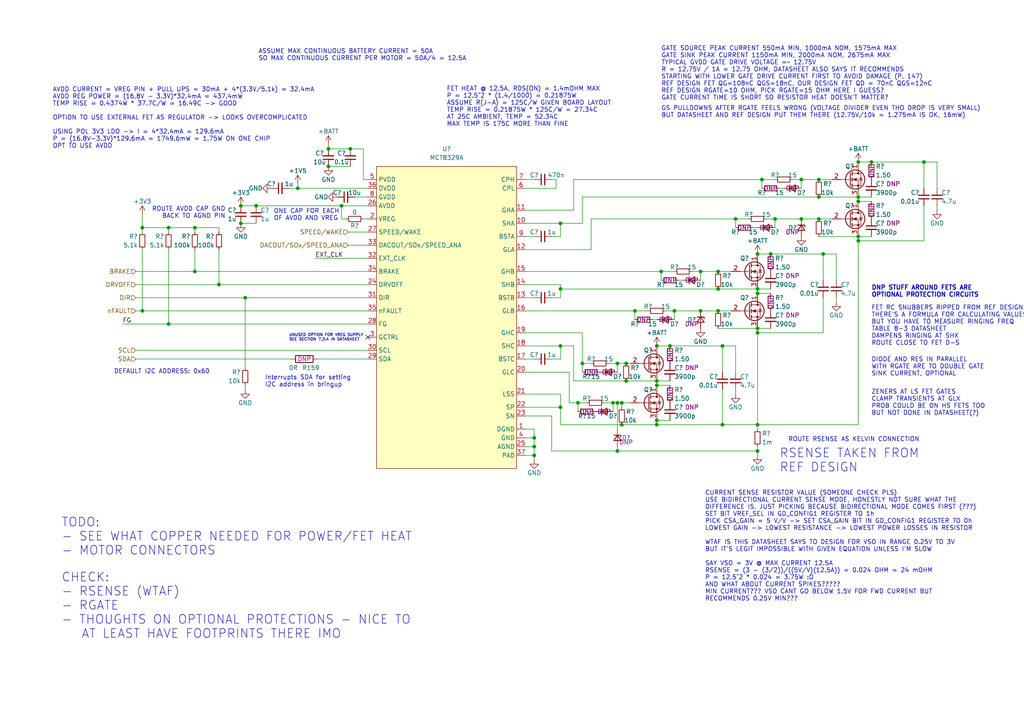
<source format=kicad_sch>
(kicad_sch (version 20230121) (generator eeschema)
  (paper "A4")
  (lib_symbols
    (symbol "Device:C_Small" (pin_numbers hide) (pin_names (offset 0.254) hide)
      (property "Reference" "C" (at 0.254 1.778 0))
      (property "Value" "C_Small" (at 0.254 -2.032 0))
      (symbol "C_Small_0_1"
        (polyline (pts (xy -1.524 -0.508) (xy 1.524 -0.508)) (stroke (width 0.3302)))
        (polyline (pts (xy -1.524 0.508) (xy 1.524 0.508)) (stroke (width 0.3048)))
      )
      (symbol "C_Small_1_1"
        (pin passive line (at 0 2.54 270) (length 2.032) (name "~") (number "1"))
        (pin passive line (at 0 -2.54 90) (length 2.032) (name "~") (number "2"))
      )
    )
    (symbol "Device:D_Small" (pin_numbers hide) (pin_names (offset 0.254) hide)
      (property "Reference" "D" (at -1.27 2.032 0))
      (property "Value" "D_Small" (at -3.81 -2.032 0))
      (symbol "D_Small_0_1"
        (polyline (pts (xy -0.762 -1.016) (xy -0.762 1.016)) (stroke (width 0.254)))
        (polyline (pts (xy -0.762 0) (xy 0.762 0)))
        (polyline (pts (xy 0.762 -1.016) (xy -0.762 0) (xy 0.762 1.016) (xy 0.762 -1.016)) (stroke (width 0.254)))
      )
      (symbol "D_Small_1_1"
        (pin passive line (at -2.54 0 0) (length 1.778) (name "K") (number "1"))
        (pin passive line (at 2.54 0 180) (length 1.778) (name "A") (number "2"))
      )
    )
    (symbol "Device:D_Zener_Small" (pin_numbers hide) (pin_names (offset 0.254) hide)
      (property "Reference" "D" (at 0 2.286 0))
      (property "Value" "D_Zener_Small" (at 0 -2.286 0))
      (symbol "D_Zener_Small_0_1"
        (polyline (pts (xy 0.762 0) (xy -0.762 0)))
        (polyline (pts (xy -0.254 1.016) (xy -0.762 1.016) (xy -0.762 -1.016)) (stroke (width 0.254)))
        (polyline (pts (xy 0.762 1.016) (xy -0.762 0) (xy 0.762 -1.016) (xy 0.762 1.016)) (stroke (width 0.254)))
      )
      (symbol "D_Zener_Small_1_1"
        (pin passive line (at -2.54 0 0) (length 1.778) (name "K") (number "1"))
        (pin passive line (at 2.54 0 180) (length 1.778) (name "A") (number "2"))
      )
    )
    (symbol "Device:Q_NMOS_DGS" (pin_names (offset 0) hide)
      (property "Reference" "Q" (at 5.08 1.27 0))
      (property "Value" "Q_NMOS_DGS" (at 5.08 -1.27 0))
      (symbol "Q_NMOS_DGS_0_1"
        (polyline (pts (xy 0.254 0) (xy -2.54 0)))
        (polyline (pts (xy 0.254 1.905) (xy 0.254 -1.905)) (stroke (width 0.254)))
        (polyline (pts (xy 0.762 -1.27) (xy 0.762 -2.286)) (stroke (width 0.254)))
        (polyline (pts (xy 0.762 0.508) (xy 0.762 -0.508)) (stroke (width 0.254)))
        (polyline (pts (xy 0.762 2.286) (xy 0.762 1.27)) (stroke (width 0.254)))
        (polyline (pts (xy 2.54 2.54) (xy 2.54 1.778)))
        (polyline (pts (xy 2.54 -2.54) (xy 2.54 0) (xy 0.762 0)))
        (polyline (pts (xy 0.762 -1.778) (xy 3.302 -1.778) (xy 3.302 1.778) (xy 0.762 1.778)))
        (polyline (pts (xy 1.016 0) (xy 2.032 0.381) (xy 2.032 -0.381) (xy 1.016 0)) (fill (type outline)))
        (polyline (pts (xy 2.794 0.508) (xy 2.921 0.381) (xy 3.683 0.381) (xy 3.81 0.254)))
        (polyline (pts (xy 3.302 0.381) (xy 2.921 -0.254) (xy 3.683 -0.254) (xy 3.302 0.381)))
        (circle (center 1.651 0) (radius 2.794) (stroke (width 0.254)))
        (circle (center 2.54 -1.778) (radius 0.254) (fill (type outline)))
        (circle (center 2.54 1.778) (radius 0.254) (fill (type outline)))
      )
      (symbol "Q_NMOS_DGS_1_1"
        (pin passive line (at 2.54 5.08 270) (length 2.54) (name "D") (number "1"))
        (pin input line (at -5.08 0 0) (length 2.54) (name "G") (number "2"))
        (pin passive line (at 2.54 -5.08 90) (length 2.54) (name "S") (number "3"))
      )
    )
    (symbol "Device:R" (pin_numbers hide) (pin_names (offset 0))
      (property "Reference" "R" (at 2.032 0 90))
      (property "Value" "R" (at 0 0 90))
      (symbol "R_0_1"
        (rectangle (start -1.016 -2.54) (end 1.016 2.54) (stroke (width 0.254)))
      )
      (symbol "R_1_1"
        (pin passive line (at 0 3.81 270) (length 1.27) (name "~") (number "1"))
        (pin passive line (at 0 -3.81 90) (length 1.27) (name "~") (number "2"))
      )
    )
    (symbol "Device:R_Small" (pin_numbers hide) (pin_names (offset 0.254) hide)
      (property "Reference" "R" (at 0.762 0.508 0))
      (property "Value" "R_Small" (at 0.762 -1.016 0))
      (symbol "R_Small_0_1"
        (rectangle (start -0.762 1.778) (end 0.762 -1.778) (stroke (width 0.2032)))
      )
      (symbol "R_Small_1_1"
        (pin passive line (at 0 2.54 270) (length 0.762) (name "~") (number "1"))
        (pin passive line (at 0 -2.54 90) (length 0.762) (name "~") (number "2"))
      )
    )
    (symbol "DroneESCLib:MCT8329A"
      (property "Reference" "U" (at 0 49.53 0))
      (property "Value" "MCT8329A" (at 0 46.99 0))
      (symbol "MCT8329A_0_1"
        (rectangle (start -20.32 45.72) (end 20.32 -41.91) (fill (type background)))
      )
      (symbol "MCT8329A_1_1"
        (pin power_in line (at 22.86 -30.48 180) (length 2.54) (name "DGND") (number "1"))
        (pin bidirectional line (at 22.86 29.21 180) (length 2.54) (name "SHA") (number "10"))
        (pin output line (at 22.86 33.02 180) (length 2.54) (name "GHA") (number "11"))
        (pin output line (at 22.86 21.59 180) (length 2.54) (name "GLA") (number "12"))
        (pin output line (at 22.86 7.62 180) (length 2.54) (name "BSTB") (number "13"))
        (pin bidirectional line (at 22.86 11.43 180) (length 2.54) (name "SHB") (number "14"))
        (pin output line (at 22.86 15.24 180) (length 2.54) (name "GHB") (number "15"))
        (pin output line (at 22.86 3.81 180) (length 2.54) (name "GLB") (number "16"))
        (pin output line (at 22.86 -10.16 180) (length 2.54) (name "BSTC") (number "17"))
        (pin bidirectional line (at 22.86 -6.35 180) (length 2.54) (name "SHC") (number "18"))
        (pin output line (at 22.86 -2.54 180) (length 2.54) (name "GHC") (number "19"))
        (pin power_in line (at -22.86 30.48 0) (length 2.54) (name "VREG") (number "2"))
        (pin output line (at 22.86 -13.97 180) (length 2.54) (name "GLC") (number "20"))
        (pin power_in line (at 22.86 -20.32 180) (length 2.54) (name "LSS") (number "21"))
        (pin input line (at 22.86 -24.13 180) (length 2.54) (name "SP") (number "22"))
        (pin input line (at 22.86 -26.67 180) (length 2.54) (name "SN") (number "23"))
        (pin input line (at -22.86 11.43 0) (length 2.54) (name "DRVOFF") (number "24"))
        (pin power_in line (at 22.86 -35.56 180) (length 2.54) (name "AGND") (number "25"))
        (pin power_out line (at -22.86 34.29 0) (length 2.54) (name "AVDD") (number "26"))
        (pin input line (at -22.86 26.67 0) (length 2.54) (name "SPEED/WAKE") (number "27"))
        (pin output line (at -22.86 0 0) (length 2.54) (name "FG") (number "28"))
        (pin bidirectional line (at -22.86 -10.16 0) (length 2.54) (name "SDA") (number "29"))
        (pin output line (at -22.86 -3.81 0) (length 2.54) (name "GCTRL") (number "3"))
        (pin input line (at -22.86 -7.62 0) (length 2.54) (name "SCL") (number "30"))
        (pin input line (at -22.86 7.62 0) (length 2.54) (name "DIR") (number "31"))
        (pin input line (at -22.86 19.05 0) (length 2.54) (name "EXT_CLK") (number "32"))
        (pin bidirectional line (at -22.86 22.86 0) (length 2.54) (name "DACOUT/SOx/SPEED_ANA") (number "33"))
        (pin input line (at -22.86 15.24 0) (length 2.54) (name "BRAKE") (number "34"))
        (pin output line (at -22.86 3.81 0) (length 2.54) (name "nFAULT") (number "35"))
        (pin power_out line (at -22.86 39.37 0) (length 2.54) (name "DVDD") (number "36"))
        (pin power_in line (at 22.86 -38.1 180) (length 2.54) (name "PAD") (number "37"))
        (pin power_in line (at 22.86 -33.02 180) (length 2.54) (name "GND") (number "4"))
        (pin power_in line (at -22.86 41.91 0) (length 2.54) (name "PVDD") (number "5"))
        (pin power_in line (at 22.86 39.37 180) (length 2.54) (name "CPL") (number "6"))
        (pin power_in line (at 22.86 41.91 180) (length 2.54) (name "CPH") (number "7"))
        (pin power_out line (at -22.86 36.83 0) (length 2.54) (name "GVDD") (number "8"))
        (pin output line (at 22.86 25.4 180) (length 2.54) (name "BSTA") (number "9"))
      )
    )
    (symbol "power:+1V5" (power) (pin_names (offset 0))
      (property "Value" "+1V5" (at 0 3.556 0))
      (symbol "+1V5_0_1"
        (polyline (pts (xy -0.762 1.27) (xy 0 2.54)))
        (polyline (pts (xy 0 0) (xy 0 2.54)))
        (polyline (pts (xy 0 2.54) (xy 0.762 1.27)))
      )
      (symbol "+1V5_1_1"
        (pin power_in line (at 0 0 90) (length 0) hide (name "+1V5") (number "1"))
      )
    )
    (symbol "power:+3V3" (power) (pin_names (offset 0))
      (property "Value" "+3V3" (at 0 3.556 0))
      (symbol "+3V3_0_1"
        (polyline (pts (xy -0.762 1.27) (xy 0 2.54)))
        (polyline (pts (xy 0 0) (xy 0 2.54)))
        (polyline (pts (xy 0 2.54) (xy 0.762 1.27)))
      )
      (symbol "+3V3_1_1"
        (pin power_in line (at 0 0 90) (length 0) hide (name "+3V3") (number "1"))
      )
    )
    (symbol "power:+BATT" (power) (pin_names (offset 0))
      (property "Value" "+BATT" (at 0 3.556 0))
      (symbol "+BATT_0_1"
        (polyline (pts (xy -0.762 1.27) (xy 0 2.54)))
        (polyline (pts (xy 0 0) (xy 0 2.54)))
        (polyline (pts (xy 0 2.54) (xy 0.762 1.27)))
      )
      (symbol "+BATT_1_1"
        (pin power_in line (at 0 0 90) (length 0) hide (name "+BATT") (number "1"))
      )
    )
    (symbol "power:GND" (power) (pin_names (offset 0))
      (property "Value" "GND" (at 0 -3.81 0))
      (symbol "GND_0_1"
        (polyline (pts (xy 0 0) (xy 0 -1.27) (xy 1.27 -1.27) (xy 0 -2.54) (xy -1.27 -1.27) (xy 0 -1.27)))
      )
      (symbol "GND_1_1"
        (pin power_in line (at 0 0 270) (length 0) hide (name "GND") (number "1"))
      )
    )
  )
  (junction (at 56.515 66.04))
  (junction (at 181.61 105.41))
  (junction (at 179.07 130.81))
  (junction (at 213.36 63.5))
  (junction (at 41.275 66.04))
  (junction (at 162.56 118.11))
  (junction (at 69.85 59.69))
  (junction (at 190.5 121.92))
  (junction (at 167.64 116.84))
  (junction (at 162.56 83.82))
  (junction (at 219.71 96.52))
  (junction (at 191.77 78.74))
  (junction (at 184.15 90.17))
  (junction (at 224.79 63.5))
  (junction (at 237.49 63.5))
  (junction (at 41.275 90.17))
  (junction (at 208.28 78.74))
  (junction (at 248.92 69.85))
  (junction (at 99.06 59.69))
  (junction (at 180.34 116.84))
  (junction (at 56.515 78.74))
  (junction (at 95.25 48.26))
  (junction (at 179.07 105.41))
  (junction (at 162.56 100.33))
  (junction (at 248.92 68.58))
  (junction (at 48.895 66.04))
  (junction (at 190.5 110.49))
  (junction (at 154.94 127))
  (junction (at 223.52 73.66))
  (junction (at 180.34 123.19))
  (junction (at 252.73 46.99))
  (junction (at 220.98 52.07))
  (junction (at 154.94 129.54))
  (junction (at 71.12 86.36))
  (junction (at 194.31 100.33))
  (junction (at 195.58 90.17))
  (junction (at 208.28 83.82))
  (junction (at 190.5 111.76))
  (junction (at 48.895 93.98))
  (junction (at 209.55 123.19))
  (junction (at 63.5 82.55))
  (junction (at 190.5 100.33))
  (junction (at 162.56 64.77))
  (junction (at 86.36 54.61))
  (junction (at 74.295 59.69))
  (junction (at 168.91 105.41))
  (junction (at 101.6 43.18))
  (junction (at 237.49 52.07))
  (junction (at 209.55 100.33))
  (junction (at 237.49 57.15))
  (junction (at 219.71 95.25))
  (junction (at 95.25 43.18))
  (junction (at 154.94 132.08))
  (junction (at 181.61 110.49))
  (junction (at 267.97 46.99))
  (junction (at 248.92 46.99))
  (junction (at 232.41 63.5))
  (junction (at 219.71 123.19))
  (junction (at 203.2 78.74))
  (junction (at 219.71 85.09))
  (junction (at 219.71 83.82))
  (junction (at 219.71 130.81))
  (junction (at 232.41 52.07))
  (junction (at 177.8 116.84))
  (junction (at 208.28 90.17))
  (junction (at 248.92 58.42))
  (junction (at 248.92 57.15))
  (junction (at 69.85 64.77))
  (junction (at 219.71 73.66))
  (junction (at 190.5 123.19))
  (junction (at 238.76 73.66))
  (junction (at 203.2 90.17))
  (junction (at 179.07 116.84))
  (no_connect (at 106.68 97.79))
  (wire (pts (xy 271.78 54.61) (xy 271.78 46.99)))
  (wire (pts (xy 213.36 113.03) (xy 213.36 114.3)))
  (wire (pts (xy 237.49 63.5) (xy 241.3 63.5)))
  (wire (pts (xy 152.4 120.65) (xy 160.02 120.65)))
  (wire (pts (xy 220.98 52.07) (xy 220.98 54.61)))
  (wire (pts (xy 152.4 64.77) (xy 162.56 64.77)))
  (wire (pts (xy 219.71 95.25) (xy 223.52 95.25)))
  (wire (pts (xy 190.5 100.33) (xy 194.31 100.33)))
  (wire (pts (xy 152.4 100.33) (xy 162.56 100.33)))
  (wire (pts (xy 248.92 58.42) (xy 252.73 58.42)))
  (wire (pts (xy 39.37 104.14) (xy 84.455 104.14)))
  (wire (pts (xy 168.91 105.41) (xy 171.45 105.41)))
  (wire (pts (xy 168.91 107.95) (xy 168.91 105.41)))
  (wire (pts (xy 219.71 83.82) (xy 219.71 85.09)))
  (wire (pts (xy 152.4 54.61) (xy 161.29 54.61)))
  (wire (pts (xy 39.37 86.36) (xy 71.12 86.36)))
  (wire (pts (xy 105.41 52.07) (xy 105.41 43.18)))
  (wire (pts (xy 219.71 83.82) (xy 208.28 83.82)))
  (wire (pts (xy 248.92 57.15) (xy 252.73 57.15)))
  (wire (pts (xy 190.5 110.49) (xy 190.5 111.76)))
  (wire (pts (xy 162.56 82.55) (xy 162.56 83.82)))
  (wire (pts (xy 190.5 111.76) (xy 194.31 111.76)))
  (wire (pts (xy 237.49 52.07) (xy 241.3 52.07)))
  (wire (pts (xy 168.91 96.52) (xy 168.91 105.41)))
  (wire (pts (xy 203.2 90.17) (xy 208.28 90.17)))
  (wire (pts (xy 237.49 57.15) (xy 248.92 57.15)))
  (wire (pts (xy 219.71 130.81) (xy 219.71 129.54)))
  (wire (pts (xy 191.77 78.74) (xy 191.77 81.28)))
  (wire (pts (xy 232.41 52.07) (xy 237.49 52.07)))
  (wire (pts (xy 195.58 90.17) (xy 203.2 90.17)))
  (wire (pts (xy 63.5 82.55) (xy 106.68 82.55)))
  (wire (pts (xy 179.07 130.81) (xy 219.71 130.81)))
  (wire (pts (xy 48.895 66.04) (xy 48.895 67.31)))
  (wire (pts (xy 213.36 107.95) (xy 213.36 100.33)))
  (wire (pts (xy 171.45 72.39) (xy 152.4 72.39)))
  (wire (pts (xy 71.12 86.36) (xy 106.68 86.36)))
  (wire (pts (xy 267.97 54.61) (xy 267.97 46.99)))
  (wire (pts (xy 102.87 57.15) (xy 106.68 57.15)))
  (wire (pts (xy 180.34 116.84) (xy 180.34 118.11)))
  (wire (pts (xy 63.5 66.04) (xy 63.5 67.31)))
  (wire (pts (xy 154.94 129.54) (xy 154.94 132.08)))
  (wire (pts (xy 179.07 116.84) (xy 179.07 124.46)))
  (wire (pts (xy 190.5 110.49) (xy 194.31 110.49)))
  (wire (pts (xy 179.07 129.54) (xy 179.07 130.81)))
  (wire (pts (xy 56.515 72.39) (xy 56.515 78.74)))
  (wire (pts (xy 100.33 63.5) (xy 99.06 63.5)))
  (wire (pts (xy 162.56 64.77) (xy 162.56 68.58)))
  (wire (pts (xy 152.4 114.3) (xy 162.56 114.3)))
  (wire (pts (xy 95.25 43.18) (xy 101.6 43.18)))
  (wire (pts (xy 152.4 82.55) (xy 162.56 82.55)))
  (wire (pts (xy 189.23 92.71) (xy 190.5 92.71)))
  (wire (pts (xy 105.41 43.18) (xy 101.6 43.18)))
  (wire (pts (xy 162.56 114.3) (xy 162.56 118.11)))
  (wire (pts (xy 152.4 52.07) (xy 154.94 52.07)))
  (wire (pts (xy 39.37 101.6) (xy 106.68 101.6)))
  (wire (pts (xy 190.5 121.92) (xy 190.5 123.19)))
  (wire (pts (xy 167.64 116.84) (xy 167.64 119.38)))
  (wire (pts (xy 242.57 73.66) (xy 238.76 73.66)))
  (wire (pts (xy 74.295 59.69) (xy 99.06 59.69)))
  (wire (pts (xy 160.02 130.81) (xy 179.07 130.81)))
  (wire (pts (xy 39.37 90.17) (xy 41.275 90.17)))
  (wire (pts (xy 194.31 100.33) (xy 209.55 100.33)))
  (wire (pts (xy 209.55 123.19) (xy 219.71 123.19)))
  (wire (pts (xy 267.97 59.69) (xy 267.97 69.85)))
  (wire (pts (xy 166.37 52.07) (xy 220.98 52.07)))
  (wire (pts (xy 48.895 93.98) (xy 106.68 93.98)))
  (wire (pts (xy 203.2 78.74) (xy 203.2 81.28)))
  (wire (pts (xy 252.73 46.99) (xy 267.97 46.99)))
  (wire (pts (xy 105.41 63.5) (xy 106.68 63.5)))
  (wire (pts (xy 152.4 132.08) (xy 154.94 132.08)))
  (wire (pts (xy 223.52 73.66) (xy 238.76 73.66)))
  (wire (pts (xy 69.85 59.69) (xy 74.295 59.69)))
  (wire (pts (xy 271.78 46.99) (xy 267.97 46.99)))
  (wire (pts (xy 171.45 72.39) (xy 171.45 63.5)))
  (wire (pts (xy 86.36 54.61) (xy 106.68 54.61)))
  (wire (pts (xy 166.37 100.33) (xy 162.56 100.33)))
  (wire (pts (xy 166.37 52.07) (xy 166.37 60.96)))
  (wire (pts (xy 162.56 86.36) (xy 160.02 86.36)))
  (wire (pts (xy 167.64 116.84) (xy 170.18 116.84)))
  (wire (pts (xy 208.28 78.74) (xy 212.09 78.74)))
  (wire (pts (xy 175.26 116.84) (xy 177.8 116.84)))
  (wire (pts (xy 248.92 68.58) (xy 252.73 68.58)))
  (wire (pts (xy 152.4 127) (xy 154.94 127)))
  (wire (pts (xy 219.71 123.19) (xy 219.71 124.46)))
  (wire (pts (xy 248.92 123.19) (xy 219.71 123.19)))
  (wire (pts (xy 219.71 130.81) (xy 219.71 132.08)))
  (wire (pts (xy 99.06 59.69) (xy 106.68 59.69)))
  (wire (pts (xy 152.4 78.74) (xy 191.77 78.74)))
  (wire (pts (xy 154.94 124.46) (xy 154.94 127)))
  (wire (pts (xy 232.41 52.07) (xy 232.41 54.61)))
  (wire (pts (xy 219.71 85.09) (xy 223.52 85.09)))
  (wire (pts (xy 248.92 46.99) (xy 252.73 46.99)))
  (wire (pts (xy 41.275 62.23) (xy 41.275 66.04)))
  (wire (pts (xy 219.71 96.52) (xy 219.71 95.25)))
  (wire (pts (xy 208.28 83.82) (xy 162.56 83.82)))
  (wire (pts (xy 226.06 54.61) (xy 227.33 54.61)))
  (wire (pts (xy 168.91 64.77) (xy 168.91 57.15)))
  (wire (pts (xy 91.44 74.93) (xy 106.68 74.93)))
  (wire (pts (xy 200.66 78.74) (xy 203.2 78.74)))
  (wire (pts (xy 219.71 83.82) (xy 223.52 83.82)))
  (wire (pts (xy 162.56 83.82) (xy 162.56 86.36)))
  (wire (pts (xy 209.55 100.33) (xy 213.36 100.33)))
  (wire (pts (xy 166.37 60.96) (xy 152.4 60.96)))
  (wire (pts (xy 83.82 54.61) (xy 86.36 54.61)))
  (wire (pts (xy 152.4 68.58) (xy 154.94 68.58)))
  (wire (pts (xy 152.4 86.36) (xy 154.94 86.36)))
  (wire (pts (xy 196.85 81.28) (xy 198.12 81.28)))
  (wire (pts (xy 166.37 110.49) (xy 166.37 100.33)))
  (wire (pts (xy 152.4 129.54) (xy 154.94 129.54)))
  (wire (pts (xy 152.4 124.46) (xy 154.94 124.46)))
  (wire (pts (xy 100.965 67.31) (xy 106.68 67.31)))
  (wire (pts (xy 209.55 113.03) (xy 209.55 123.19)))
  (wire (pts (xy 203.2 78.74) (xy 208.28 78.74)))
  (wire (pts (xy 162.56 123.19) (xy 180.34 123.19)))
  (wire (pts (xy 191.77 78.74) (xy 195.58 78.74)))
  (wire (pts (xy 152.4 96.52) (xy 168.91 96.52)))
  (wire (pts (xy 271.78 59.69) (xy 271.78 60.96)))
  (wire (pts (xy 39.37 78.74) (xy 56.515 78.74)))
  (wire (pts (xy 176.53 105.41) (xy 179.07 105.41)))
  (wire (pts (xy 41.275 90.17) (xy 106.68 90.17)))
  (wire (pts (xy 220.98 52.07) (xy 224.79 52.07)))
  (wire (pts (xy 190.5 121.92) (xy 194.31 121.92)))
  (wire (pts (xy 86.36 53.34) (xy 86.36 54.61)))
  (wire (pts (xy 179.07 116.84) (xy 180.34 116.84)))
  (wire (pts (xy 105.41 52.07) (xy 106.68 52.07)))
  (wire (pts (xy 99.06 63.5) (xy 99.06 59.69)))
  (wire (pts (xy 219.71 96.52) (xy 238.76 96.52)))
  (wire (pts (xy 238.76 81.28) (xy 238.76 73.66)))
  (wire (pts (xy 237.49 68.58) (xy 248.92 68.58)))
  (wire (pts (xy 190.5 110.49) (xy 181.61 110.49)))
  (wire (pts (xy 56.515 66.04) (xy 63.5 66.04)))
  (wire (pts (xy 161.29 54.61) (xy 161.29 52.07)))
  (wire (pts (xy 181.61 105.41) (xy 182.88 105.41)))
  (wire (pts (xy 213.36 63.5) (xy 217.17 63.5)))
  (wire (pts (xy 154.94 132.08) (xy 154.94 133.35)))
  (wire (pts (xy 224.79 63.5) (xy 224.79 66.04)))
  (wire (pts (xy 100.965 71.12) (xy 106.68 71.12)))
  (wire (pts (xy 48.895 72.39) (xy 48.895 93.98)))
  (wire (pts (xy 171.45 63.5) (xy 213.36 63.5)))
  (wire (pts (xy 195.58 90.17) (xy 195.58 92.71)))
  (wire (pts (xy 162.56 118.11) (xy 162.56 123.19)))
  (wire (pts (xy 248.92 69.85) (xy 248.92 123.19)))
  (wire (pts (xy 92.075 104.14) (xy 106.68 104.14)))
  (wire (pts (xy 154.94 127) (xy 154.94 129.54)))
  (wire (pts (xy 218.44 66.04) (xy 219.71 66.04)))
  (wire (pts (xy 71.12 111.76) (xy 71.12 113.03)))
  (wire (pts (xy 242.57 81.28) (xy 242.57 73.66)))
  (wire (pts (xy 152.4 107.95) (xy 165.1 107.95)))
  (wire (pts (xy 209.55 100.33) (xy 209.55 107.95)))
  (wire (pts (xy 56.515 66.04) (xy 56.515 67.31)))
  (wire (pts (xy 208.28 95.25) (xy 219.71 95.25)))
  (wire (pts (xy 180.34 116.84) (xy 182.88 116.84)))
  (wire (pts (xy 63.5 72.39) (xy 63.5 82.55)))
  (wire (pts (xy 165.1 107.95) (xy 165.1 116.84)))
  (wire (pts (xy 165.1 116.84) (xy 167.64 116.84)))
  (wire (pts (xy 160.02 120.65) (xy 160.02 130.81)))
  (wire (pts (xy 41.275 72.39) (xy 41.275 90.17)))
  (wire (pts (xy 248.92 69.85) (xy 267.97 69.85)))
  (wire (pts (xy 248.92 68.58) (xy 248.92 69.85)))
  (wire (pts (xy 35.56 93.98) (xy 48.895 93.98)))
  (wire (pts (xy 41.275 66.04) (xy 48.895 66.04)))
  (wire (pts (xy 213.36 63.5) (xy 213.36 66.04)))
  (wire (pts (xy 166.37 110.49) (xy 181.61 110.49)))
  (wire (pts (xy 95.25 48.26) (xy 101.6 48.26)))
  (wire (pts (xy 71.12 86.36) (xy 71.12 106.68)))
  (wire (pts (xy 168.91 57.15) (xy 237.49 57.15)))
  (wire (pts (xy 152.4 90.17) (xy 184.15 90.17)))
  (wire (pts (xy 248.92 57.15) (xy 248.92 58.42)))
  (wire (pts (xy 39.37 82.55) (xy 63.5 82.55)))
  (wire (pts (xy 41.275 66.04) (xy 41.275 67.31)))
  (wire (pts (xy 48.895 66.04) (xy 56.515 66.04)))
  (wire (pts (xy 177.8 116.84) (xy 179.07 116.84)))
  (wire (pts (xy 180.34 123.19) (xy 190.5 123.19)))
  (wire (pts (xy 162.56 104.14) (xy 160.02 104.14)))
  (wire (pts (xy 219.71 123.19) (xy 219.71 96.52)))
  (wire (pts (xy 193.04 90.17) (xy 195.58 90.17)))
  (wire (pts (xy 222.25 63.5) (xy 224.79 63.5)))
  (wire (pts (xy 219.71 73.66) (xy 223.52 73.66)))
  (wire (pts (xy 242.57 86.36) (xy 242.57 87.63)))
  (wire (pts (xy 95.25 41.91) (xy 95.25 43.18)))
  (wire (pts (xy 162.56 64.77) (xy 168.91 64.77)))
  (wire (pts (xy 224.79 63.5) (xy 232.41 63.5)))
  (wire (pts (xy 184.15 90.17) (xy 187.96 90.17)))
  (wire (pts (xy 208.28 90.17) (xy 212.09 90.17)))
  (wire (pts (xy 177.8 116.84) (xy 177.8 119.38)))
  (wire (pts (xy 232.41 63.5) (xy 237.49 63.5)))
  (wire (pts (xy 162.56 68.58) (xy 160.02 68.58)))
  (wire (pts (xy 238.76 86.36) (xy 238.76 96.52)))
  (wire (pts (xy 229.87 52.07) (xy 232.41 52.07)))
  (wire (pts (xy 152.4 118.11) (xy 162.56 118.11)))
  (wire (pts (xy 56.515 78.74) (xy 106.68 78.74)))
  (wire (pts (xy 190.5 123.19) (xy 209.55 123.19)))
  (wire (pts (xy 184.15 90.17) (xy 184.15 92.71)))
  (wire (pts (xy 152.4 104.14) (xy 154.94 104.14)))
  (wire (pts (xy 69.85 64.77) (xy 74.295 64.77)))
  (wire (pts (xy 161.29 52.07) (xy 160.02 52.07)))
  (wire (pts (xy 179.07 105.41) (xy 179.07 107.95)))
  (wire (pts (xy 179.07 105.41) (xy 181.61 105.41)))
  (wire (pts (xy 162.56 100.33) (xy 162.56 104.14)))
  (text "DIODE AND RES IN PARALLEL\nWITH RGATE ARE TO DOUBLE GATE\nSINK CURRENT, OPTIONAL\n" (at 252.73 109.22 0) (effects (font (size 1.27 1.27)) (justify left bottom)))
  (text "CHECK:\n- RSENSE (WTAF)\n- RGATE\n- THOUGHTS ON OPTIONAL PROTECTIONS - NICE TO\n   AT LEAST HAVE FOOTPRINTS THERE IMO" (at 17.78 185.42 0) (effects (font (size 2.54 2.54)) (justify left bottom)))
  (text "ROUTE AVDD CAP GND\nBACK TO AGND PIN" (at 65.405 63.5 0) (effects (font (size 1.27 1.27)) (justify right bottom)))
  (text "FET HEAT @ 12.5A, RDS(ON) = 1.4mOHM MAX\nP = 12.5^2 * (1.4/1000) = 0.21875W\nASSUME R(J-A) = 125C/W GIVEN BOARD LAYOUT\nTEMP RISE = 0.21875W * 125C/W = 27.34C\nAT 25C AMBIENT, TEMP = 52.34C\nMAX TEMP IS 175C MORE THAN FINE" (at 129.54 36.83 0) (effects (font (size 1.27 1.27)) (justify left bottom)))
  (text "DNP STUFF AROUND FETS ARE \nOPTIONAL PROTECTION CIRCUITS" (at 252.73 86.36 0) (effects (font (size 1.27 1.27) (thickness 0.254) bold) (justify left bottom)))
  (text "TODO:\n- SEE WHAT COPPER NEEDED FOR POWER/FET HEAT\n- MOTOR CONNECTORS" (at 17.78 161.29 0) (effects (font (size 2.54 2.54)) (justify left bottom)))
  (text "Interrupts SDA for setting\nI2C address in bringup" (at 76.835 112.395 0) (effects (font (size 1.27 1.27)) (justify left bottom)))
  (text "RSENSE TAKEN FROM\nREF DESIGN" (at 226.06 137.16 0) (effects (font (size 2.54 2.54)) (justify left bottom)))
  (text "ASSUME MAX CONTINUOUS BATTERY CURRENT = 50A\nSO MAX CONTINUOUS CURRENT PER MOTOR = 50A/4 = 12.5A" (at 74.93 17.78 0) (effects (font (size 1.27 1.27)) (justify left bottom)))
  (text "ROUTE RSENSE AS KELVIN CONNECTION" (at 228.6 128.27 0) (effects (font (size 1.27 1.27)) (justify left bottom)))
  (text "FET RC SNUBBERS RIPPED FROM REF DESIGN\nTHERE'S A FORMULA FOR CALCULATING VALUES\nBUT YOU HAVE TO MEASURE RINGING FREQ\nTABLE 8-3 DATASHEET\nDAMPENS RINGING AT SHX\nROUTE CLOSE TO FET D-S" (at 252.73 100.33 0) (effects (font (size 1.27 1.27)) (justify left bottom)))
  (text "ONE CAP FOR EACH\nOF AVDD AND VREG\n" (at 79.375 64.135 0) (effects (font (size 1.27 1.27)) (justify left bottom)))
  (text "GATE SOURCE PEAK CURRENT 550mA MIN, 1000mA NOM, 1575mA MAX\nGATE SINK PEAK CURRENT 1150mA MIN, 2000mA NOM, 2675mA MAX\nTYPICAL GVDD GATE DRIVE VOLTAGE =~ 12.75V\nR = 12.75V / 1A = 12.75 OHM, DATASHEET ALSO SAYS IT RECOMMENDS\nSTARTING WITH LOWER GATE DRIVE CURRENT FIRST TO AVOID DAMAGE (P. 147)\nREF DESIGN FET QG=108nC QGS=18nC, OUR DESIGN FET QD = 70nC QGS=12nC\nREF DESIGN RGATE=10 OHM, PICK RGATE=15 OHM HERE I GUESS?\nGATE CURRENT TIME IS SHORT SO RESISTOR HEAT DOESN'T MATTER?" (at 191.77 29.21 0) (effects (font (size 1.27 1.27)) (justify left bottom)))
  (text "CURRENT SENSE RESISTOR VALUE (SOMEONE CHECK PLS)\nUSE BIDIRECTIONAL CURRENT SENSE MODE, HONESTLY NOT SURE WHAT THE \nDIFFERENCE IS, JUST PICKING BECAUSE BIDIRECTIONAL MODE COMES FIRST (???)\nSET BIT VREF_SEL IN GD_CONFIG1 REGISTER TO 1h\nPICK CSA_GAIN = 5 V/V -> SET CSA_GAIN BIT IN GD_CONFIG1 REGISTER TO 0h\nLOWEST GAIN -> LOWEST RESISTANCE -> LOWEST POWER LOSSES IN RESISTOR\n\nWTAF IS THIS DATASHEET SAYS TO DESIGN FOR VSO IN RANGE 0.25V TO 3V \nBUT IT'S LEGIT IMPOSSIBLE WITH GIVEN EQUATION UNLESS I'M SLOW\n\nSAY VSO = 3V @ MAX CURRENT 12.5A\nRSENSE = (3 - (3/2))/((5V/V)(12.5A)) = 0.024 OHM = 24 mOHM\nP = 12.5^2 * 0.024 = 3.75W :O\nAND WHAT ABOUT CURRENT SPIKES?????\nMIN CURRENT??? VSO CANT GO BELOW 1.5V FOR FWD CURRENT BUT\nRECOMMENDS 0.25V MIN???\n\n" (at 204.47 176.53 0) (effects (font (size 1.27 1.27)) (justify left bottom)))
  (text "GS PULLDOWNS AFTER RGATE FEELS WRONG (VOLTAGE DIVIDER EVEN THO DROP IS VERY SMALL)\nBUT DATASHEET AND REF DESIGN PUT THEM THERE (12.75V/10k = 1.275mA IS OK, 16mW)" (at 191.77 34.29 0) (effects (font (size 1.27 1.27)) (justify left bottom)))
  (text "DEFAULT I2C ADDRESS: 0x60" (at 33.02 108.585 0) (effects (font (size 1.27 1.27)) (justify left bottom)))
  (text "ZENERS AT LS FET GATES\nCLAMP TRANSIENTS AT GLX\nPROB COULD BE ON HS FETS TOO\nBUT NOT DONE IN DATASHEET(?)\n" (at 252.73 120.65 0) (effects (font (size 1.27 1.27)) (justify left bottom)))
  (text "UNUSED OPTION FOR VREG SUPPLY\nSEE SECTION 7.3.4 IN DATASHEET" (at 83.82 99.06 0) (effects (font (size 0.8 0.8)) (justify left bottom)))
  (text "AVDD CURRENT = VREG PIN + PULL UPS = 30mA + 4*(3.3V/5.1k) = 32.4mA\nAVDD REG POWER = (16.8V - 3.3V)*32.4mA = 437.4mW\nTEMP RISE = 0.4374W * 37.7C/W = 16.49C -> GOOD\n\nOPTION TO USE EXTERNAL FET AS REGULATOR -> LOOKS OVERCOMPLICATED\n\nUSING POL 3V3 LDO -> I = 4*32.4mA = 129.6mA\nP = (16.8V-3.3V)*129.6mA = 1749.6mW = 1.75W ON ONE CHIP\nOPT TO USE AVDD" (at 15.24 43.18 0) (effects (font (size 1.27 1.27)) (justify left bottom)))
  (label "FG" (at 35.56 93.98 0))
  (label "EXT_CLK" (at 91.44 74.93 0))
  (hierarchical_label "SDA" (shape input) (at 39.37 104.14 180))
  (hierarchical_label "BRAKE" (shape input) (at 39.37 78.74 180))
  (hierarchical_label "nFAULT" (shape input) (at 39.37 90.17 180))
  (hierarchical_label "DIR" (shape input) (at 39.37 86.36 180))
  (hierarchical_label "DACOUT{slash}SOx{slash}SPEED_ANA" (shape input) (at 100.965 71.12 180))
  (hierarchical_label "DRVOFF" (shape input) (at 39.37 82.55 180))
  (hierarchical_label "SCL" (shape input) (at 39.37 101.6 180))
  (hierarchical_label "SPEED{slash}WAKE" (shape input) (at 100.965 67.31 180))
  (symbol (lib_id "Device:C_Small") (at 69.85 62.23 180) (unit 1)
    (property "Reference" "C?" (at 67.31 60.96 0))
    (property "Value" "1u" (at 67.31 63.5 0))
    (property "Voltage" "6.3V" (effects hide))
    (property "Temp coef" "X7R" (effects hide))
  )
  (symbol (lib_id "Device:R_Small") (at 102.87 63.5 270) (unit 1)
    (property "Reference" "R?" (at 102.87 65.405 90))
    (property "Value" "0" (at 102.87 61.595 90))
  )
  (symbol (lib_id "Device:C_Small") (at 209.55 110.49 0) (mirror x) (unit 1)
    (property "Reference" "C?" (at 208.28 109.22 0) (effects (justify right)))
    (property "Value" "0.01u" (at 208.28 111.76 0) (effects (justify right)))
  )
  (symbol (lib_id "power:GND") (at 78.74 54.61 270) (unit 1)
    (property "Reference" "#PWR?" (effects hide))
    (property "Value" "GND" (at 76.2 54.61 90) (effects (justify right)))
  )
  (symbol (lib_id "Device:R_Small") (at 172.72 116.84 270) (unit 1)
    (property "Reference" "R?" (at 170.18 115.57 90))
    (property "Value" "15" (at 175.26 115.57 90))
  )
  (symbol (lib_id "Device:R_Small") (at 63.5 69.85 0) (mirror y) (unit 1)
    (property "Reference" "R?" (at 62.23 68.58 0) (effects (justify left)))
    (property "Value" "100k" (at 62.23 71.12 0) (effects (justify left)))
  )
  (symbol (lib_id "Device:R_Small") (at 252.73 49.53 0) (unit 1)
    (property "Reference" "R?" (at 254 48.26 0) (effects (justify left)))
    (property "Value" "1.50" (at 254 50.7999 0) (effects (justify left)))
    (property "DNP" "DNP" (at 252.73 49.53 90))
  )
  (symbol (lib_id "Device:C_Small") (at 100.33 57.15 90) (unit 1)
    (property "Reference" "C?" (at 97.79 55.88 90))
    (property "Value" "10u" (at 102.87 55.88 90))
    (property "Voltage" "30V" (effects hide))
    (property "Temp coef" "X7R" (effects hide))
  )
  (symbol (lib_id "power:GND") (at 213.36 114.3 0) (unit 1)
    (property "Reference" "#PWR?" (effects hide))
    (property "Value" "GND" (at 213.36 118.11 0))
  )
  (symbol (lib_id "Device:R_Small") (at 181.61 107.95 180) (unit 1)
    (property "Reference" "R?" (at 184.15 106.68 0))
    (property "Value" "10k" (at 184.15 109.22 0))
  )
  (symbol (lib_id "power:+BATT") (at 248.92 46.99 0) (unit 1)
    (property "Reference" "#PWR?" (effects hide))
    (property "Value" "+BATT" (at 248.92 43.18 0))
  )
  (symbol (lib_id "Device:C_Small") (at 157.48 68.58 90) (unit 1)
    (property "Reference" "C?" (at 154.94 67.31 90))
    (property "Value" "1u" (at 160.02 67.31 90))
    (property "Voltage" "25V" (effects hide))
    (property "Temp coef" "X7R" (effects hide))
  )
  (symbol (lib_id "power:+BATT") (at 190.5 100.33 0) (unit 1)
    (property "Reference" "#PWR?" (effects hide))
    (property "Value" "+BATT" (at 190.5 96.52 0))
  )
  (symbol (lib_id "power:GND") (at 154.94 133.35 0) (unit 1)
    (property "Reference" "#PWR?" (effects hide))
    (property "Value" "GND" (at 154.94 137.16 0))
  )
  (symbol (lib_id "Device:R_Small") (at 219.71 127 0) (unit 1)
    (property "Reference" "R?" (at 220.98 125.73 0) (effects (justify left)))
    (property "Value" "1m" (at 220.98 128.27 0) (effects (justify left)))
  )
  (symbol (lib_id "Device:R_Small") (at 171.45 107.95 270) (unit 1)
    (property "Reference" "R?" (at 170.18 109.22 90))
    (property "Value" "15" (at 172.72 109.22 90))
    (property "DNP" "DNP" (at 171.45 107.95 90))
  )
  (symbol (lib_id "Device:C_Small") (at 223.52 92.71 0) (unit 1)
    (property "Reference" "C?" (at 224.79 91.44 0) (effects (justify left)))
    (property "Value" "3900p" (at 224.79 93.98 0) (effects (justify left)))
    (property "DNP" "DNP" (at 229.87 91.44 0))
  )
  (symbol (lib_id "Device:R_Small") (at 237.49 66.04 180) (unit 1)
    (property "Reference" "R?" (at 240.03 64.77 0))
    (property "Value" "10k" (at 240.03 67.31 0))
  )
  (symbol (lib_id "Device:C_Small") (at 157.48 104.14 90) (unit 1)
    (property "Reference" "C?" (at 154.94 102.87 90))
    (property "Value" "1u" (at 160.02 102.87 90))
    (property "Voltage" "25V" (effects hide))
    (property "Temp coef" "X7R" (effects hide))
  )
  (symbol (lib_id "Device:R_Small") (at 194.31 114.3 0) (unit 1)
    (property "Reference" "R?" (at 195.58 113.03 0) (effects (justify left)))
    (property "Value" "1.50" (at 195.58 115.5699 0) (effects (justify left)))
    (property "DNP" "DNP" (at 194.31 114.3 90))
  )
  (symbol (lib_id "Device:R_Small") (at 190.5 90.17 270) (unit 1)
    (property "Reference" "R?" (at 187.96 88.9 90))
    (property "Value" "15" (at 193.04 88.9 90))
  )
  (symbol (lib_id "Device:R_Small") (at 56.515 69.85 0) (mirror y) (unit 1)
    (property "Reference" "R?" (at 55.245 68.58 0) (effects (justify left)))
    (property "Value" "100k" (at 55.245 71.12 0) (effects (justify left)))
  )
  (symbol (lib_id "Device:C_Small") (at 101.6 45.72 180) (unit 1)
    (property "Reference" "C?" (at 99.06 44.45 0))
    (property "Value" "0.1u" (at 99.06 46.99 0))
    (property "Voltage" "2*PVDD" (effects hide))
    (property "Temp coef" "X7R" (effects hide))
  )
  (symbol (lib_id "Device:R_Small") (at 194.31 81.28 270) (unit 1)
    (property "Reference" "R?" (at 191.77 82.55 90))
    (property "Value" "15" (at 196.85 82.55 90))
    (property "DNP" "DNP" (at 194.31 81.28 90))
  )
  (symbol (lib_id "power:GND") (at 203.2 95.25 0) (unit 1)
    (property "Reference" "#PWR?" (effects hide))
    (property "Value" "GND" (at 203.2 99.06 0))
  )
  (symbol (lib_id "power:GND") (at 242.57 87.63 0) (unit 1)
    (property "Reference" "#PWR?" (effects hide))
    (property "Value" "GND" (at 242.57 91.44 0))
  )
  (symbol (lib_id "Device:D_Small") (at 193.04 92.71 0) (unit 1)
    (property "Reference" "D?" (at 195.58 93.98 0))
    (property "Value" "D_Small" (effects hide))
    (property "DNP" "DNP" (at 193.04 92.71 0))
  )
  (symbol (lib_id "Device:R_Small") (at 41.275 69.85 0) (mirror y) (unit 1)
    (property "Reference" "R?" (at 40.005 68.58 0) (effects (justify left)))
    (property "Value" "5.1k" (at 40.005 71.12 0) (effects (justify left)))
  )
  (symbol (lib_id "Device:C_Small") (at 157.48 86.36 90) (unit 1)
    (property "Reference" "C?" (at 154.94 85.09 90))
    (property "Value" "1u" (at 160.02 85.09 90))
    (property "Voltage" "25V" (effects hide))
    (property "Temp coef" "X7R" (effects hide))
  )
  (symbol (lib_id "Device:C_Small") (at 74.295 62.23 0) (mirror x) (unit 1)
    (property "Reference" "C?" (at 76.835 60.96 0))
    (property "Value" "1u" (at 76.835 63.5 0))
    (property "Voltage" "6.3V" (effects hide))
    (property "Temp coef" "X7R" (effects hide))
  )
  (symbol (lib_id "Device:D_Zener_Small") (at 179.07 127 270) (unit 1)
    (property "Reference" "D?" (at 180.34 127 90) (effects (justify left)))
    (property "Value" "D_Zener_Small" (effects hide))
    (property "DNP" "DNP" (at 181.61 128.27 90))
  )
  (symbol (lib_id "Device:C_Small") (at 252.73 54.61 0) (unit 1)
    (property "Reference" "C?" (at 254 53.34 0) (effects (justify left)))
    (property "Value" "3900p" (at 254 55.88 0) (effects (justify left)))
    (property "DNP" "DNP" (at 259.08 53.34 0))
  )
  (symbol (lib_id "Device:R_Small") (at 170.18 119.38 270) (unit 1)
    (property "Reference" "R?" (at 168.91 120.65 90))
    (property "Value" "15" (at 171.45 120.65 90))
    (property "DNP" "DNP" (at 170.18 119.38 90))
  )
  (symbol (lib_id "Device:R_Small") (at 48.895 69.85 0) (mirror y) (unit 1)
    (property "Reference" "R?" (at 47.625 68.58 0) (effects (justify left)))
    (property "Value" "5.1k" (at 47.625 71.12 0) (effects (justify left)))
  )
  (symbol (lib_id "Device:Q_NMOS_DGS") (at 217.17 78.74 0) (unit 1)
    (property "Reference" "Q?" (at 214.63 74.93 0) (effects (justify left)))
    (property "Value" "Q_NMOS_DGS" (effects hide))
    (property "Datasheet" "https://www.onsemi.com/pdf/datasheet/ntmfs5c430nl-d.pdf" (effects hide))
  )
  (symbol (lib_id "Device:C_Small") (at 194.31 107.95 0) (unit 1)
    (property "Reference" "C?" (at 195.58 106.68 0) (effects (justify left)))
    (property "Value" "3900p" (at 195.58 109.22 0) (effects (justify left)))
    (property "DNP" "DNP" (at 200.66 106.68 0))
  )
  (symbol (lib_id "Device:R_Small") (at 223.52 87.63 0) (unit 1)
    (property "Reference" "R?" (at 224.79 86.36 0) (effects (justify left)))
    (property "Value" "1.50" (at 224.79 88.8999 0) (effects (justify left)))
    (property "DNP" "DNP" (at 223.52 87.63 90))
  )
  (symbol (lib_id "Device:C_Small") (at 267.97 57.15 0) (mirror x) (unit 1)
    (property "Reference" "C?" (at 266.7 55.88 0) (effects (justify right)))
    (property "Value" "0.01u" (at 266.7 58.42 0) (effects (justify right)))
  )
  (symbol (lib_id "Device:R_Small") (at 186.69 92.71 270) (unit 1)
    (property "Reference" "R?" (at 184.15 93.98 90))
    (property "Value" "15" (at 189.23 93.98 90))
    (property "DNP" "DNP" (at 186.69 92.71 90))
  )
  (symbol (lib_id "Device:R_Small") (at 219.71 63.5 270) (unit 1)
    (property "Reference" "R?" (at 217.17 62.23 90))
    (property "Value" "15" (at 222.25 62.23 90))
  )
  (symbol (lib_id "power:+BATT") (at 95.25 41.91 0) (unit 1)
    (property "Reference" "#PWR?" (effects hide))
    (property "Value" "+BATT" (at 95.25 38.1 0))
  )
  (symbol (lib_id "Device:C_Small") (at 95.25 45.72 180) (unit 1)
    (property "Reference" "C?" (at 92.71 44.45 0))
    (property "Value" "10u" (at 92.71 46.99 0))
    (property "Voltage" "2*PVDD" (effects hide))
    (property "Temp coef" "X7R" (effects hide))
  )
  (symbol (lib_id "power:GND") (at 97.79 57.15 270) (unit 1)
    (property "Reference" "#PWR?" (effects hide))
    (property "Value" "GND" (at 95.25 57.15 90) (effects (justify right)))
  )
  (symbol (lib_id "Device:R_Small") (at 223.52 76.2 0) (unit 1)
    (property "Reference" "R?" (at 224.79 74.93 0) (effects (justify left)))
    (property "Value" "1.50" (at 224.79 77.4699 0) (effects (justify left)))
    (property "DNP" "DNP" (at 223.52 76.2 90))
  )
  (symbol (lib_id "Device:Q_NMOS_DGS") (at 246.38 63.5 0) (unit 1)
    (property "Reference" "Q?" (at 245.11 59.69 0) (effects (justify left)))
    (property "Value" "Q_NMOS_DGS" (effects hide))
    (property "Datasheet" "https://www.onsemi.com/pdf/datasheet/ntmfs5c430nl-d.pdf" (effects hide))
  )
  (symbol (lib_id "DroneESCLib:MCT8329A") (at 129.54 93.98 0) (unit 1)
    (property "Reference" "U?" (at 129.54 43.18 0))
    (property "Value" "MCT8329A" (at 129.54 45.72 0))
    (property "Datasheet" "https://www.ti.com/lit/ds/symlink/mct8329a.pdf?ts=1684846893728&ref_url=https%253A%252F%252Fwww.ti.com%252Fproduct%252FMCT8329A" (effects hide))
  )
  (symbol (lib_id "Device:Q_NMOS_DGS") (at 246.38 52.07 0) (unit 1)
    (property "Reference" "Q?" (at 245.11 48.26 0) (effects (justify left)))
    (property "Value" "Q_NMOS_DGS" (effects hide))
    (property "Datasheet" "https://www.onsemi.com/pdf/datasheet/ntmfs5c430nl-d.pdf" (effects hide))
  )
  (symbol (lib_id "Device:C_Small") (at 157.48 52.07 90) (unit 1)
    (property "Reference" "C?" (at 154.94 50.8 90))
    (property "Value" "470n" (at 161.29 50.8 90))
    (property "Voltage" "2PVDD" (effects hide))
    (property "Temp coef" "X7R" (effects hide))
  )
  (symbol (lib_id "Device:C_Small") (at 252.73 66.04 0) (unit 1)
    (property "Reference" "C?" (at 254 64.77 0) (effects (justify left)))
    (property "Value" "3900p" (at 254 67.31 0) (effects (justify left)))
    (property "DNP" "DNP" (at 259.08 64.77 0))
  )
  (symbol (lib_id "Device:R_Small") (at 198.12 78.74 270) (unit 1)
    (property "Reference" "R?" (at 195.58 77.47 90))
    (property "Value" "15" (at 200.66 77.47 90))
  )
  (symbol (lib_id "Device:R_Small") (at 215.9 66.04 270) (unit 1)
    (property "Reference" "R?" (at 213.36 67.31 90))
    (property "Value" "15" (at 218.44 67.31 90))
    (property "DNP" "DNP" (at 215.9 66.04 90))
  )
  (symbol (lib_id "power:+3V3") (at 41.275 62.23 0) (mirror y) (unit 1)
    (property "Reference" "#PWR?" (effects hide))
    (property "Value" "+3V3" (at 41.275 58.42 0))
  )
  (symbol (lib_id "Device:D_Small") (at 175.26 119.38 0) (unit 1)
    (property "Reference" "D?" (at 177.8 120.65 0))
    (property "Value" "D_Small" (effects hide))
    (property "DNP" "DNP" (at 175.26 119.38 0))
  )
  (symbol (lib_id "Device:R_Small") (at 180.34 120.65 180) (unit 1)
    (property "Reference" "R?" (at 182.88 119.38 0))
    (property "Value" "10k" (at 182.88 121.92 0))
  )
  (symbol (lib_id "Device:D_Small") (at 222.25 66.04 0) (unit 1)
    (property "Reference" "D?" (at 224.79 67.31 0))
    (property "Value" "D_Small" (effects hide))
    (property "DNP" "DNP" (at 222.25 66.04 0))
  )
  (symbol (lib_id "Device:Q_NMOS_DGS") (at 187.96 105.41 0) (unit 1)
    (property "Reference" "Q?" (at 186.69 101.6 0) (effects (justify left)))
    (property "Value" "Q_NMOS_DGS" (effects hide))
    (property "Datasheet" "https://www.onsemi.com/pdf/datasheet/ntmfs5c430nl-d.pdf" (effects hide))
  )
  (symbol (lib_id "Device:R_Small") (at 227.33 52.07 270) (unit 1)
    (property "Reference" "R?" (at 224.79 50.8 90))
    (property "Value" "15" (at 229.87 50.8 90))
  )
  (symbol (lib_id "Device:R_Small") (at 208.28 81.28 180) (unit 1)
    (property "Reference" "R?" (at 210.82 80.01 0))
    (property "Value" "10k" (at 210.82 82.55 0))
  )
  (symbol (lib_id "Device:C_Small") (at 213.36 110.49 180) (unit 1)
    (property "Reference" "C?" (at 214.63 109.22 0) (effects (justify right)))
    (property "Value" "4.7u" (at 214.63 111.76 0) (effects (justify right)))
  )
  (symbol (lib_id "power:GND") (at 69.85 64.77 0) (unit 1)
    (property "Reference" "#PWR?" (effects hide))
    (property "Value" "GND" (at 69.85 68.58 0))
  )
  (symbol (lib_id "Device:R_Small") (at 252.73 60.96 0) (unit 1)
    (property "Reference" "R?" (at 254 59.69 0) (effects (justify left)))
    (property "Value" "1.50" (at 254 62.2299 0) (effects (justify left)))
    (property "DNP" "DNP" (at 252.73 60.96 90))
  )
  (symbol (lib_id "Device:R_Small") (at 237.49 54.61 180) (unit 1)
    (property "Reference" "R?" (at 240.03 53.34 0))
    (property "Value" "10k" (at 240.03 55.88 0))
  )
  (symbol (lib_id "Device:Q_NMOS_DGS") (at 187.96 116.84 0) (unit 1)
    (property "Reference" "Q?" (at 186.69 113.03 0) (effects (justify left)))
    (property "Value" "Q_NMOS_DGS" (effects hide))
    (property "Datasheet" "https://www.onsemi.com/pdf/datasheet/ntmfs5c430nl-d.pdf" (effects hide))
  )
  (symbol (lib_id "Device:R") (at 88.265 104.14 90) (unit 1)
    (property "Reference" "R159" (at 90.17 106.68 90))
    (property "Value" "0R" (at 85.09 106.68 90))
    (property "DNP" "DNP" (at 88.265 104.14 90))
    (instances (project "drone" (path "" (reference "R159") (unit 1)) (path "" (reference "R160") (unit 1)) (path "" (reference "R161") (unit 1)) (path "" (reference "R162") (unit 1))))
  )
  (symbol (lib_id "power:GND") (at 95.25 48.26 0) (unit 1)
    (property "Reference" "#PWR?" (effects hide))
    (property "Value" "GND" (at 95.25 52.07 0))
  )
  (symbol (lib_id "Device:D_Small") (at 200.66 81.28 0) (unit 1)
    (property "Reference" "D?" (at 203.2 82.55 0))
    (property "Value" "D_Small" (effects hide))
    (property "DNP" "DNP" (at 200.66 81.28 0))
  )
  (symbol (lib_id "Device:R_Small") (at 194.31 102.87 0) (unit 1)
    (property "Reference" "R?" (at 195.58 101.6 0) (effects (justify left)))
    (property "Value" "1.50" (at 195.58 104.1399 0) (effects (justify left)))
    (property "DNP" "DNP" (at 194.31 102.87 90))
  )
  (symbol (lib_id "Device:R_Small") (at 223.52 54.61 270) (unit 1)
    (property "Reference" "R?" (at 220.98 55.88 90))
    (property "Value" "15" (at 226.06 55.88 90))
    (property "DNP" "DNP" (at 223.52 54.61 90))
  )
  (symbol (lib_id "Device:C_Small") (at 81.28 54.61 90) (unit 1)
    (property "Reference" "C?" (at 78.74 53.34 90))
    (property "Value" "1u" (at 83.82 53.34 90))
    (property "Voltage" "6.3V" (effects hide))
    (property "Temp coef" "X7R" (effects hide))
  )
  (symbol (lib_id "power:GND") (at 271.78 60.96 0) (unit 1)
    (property "Reference" "#PWR?" (effects hide))
    (property "Value" "GND" (at 271.78 64.77 0))
  )
  (symbol (lib_id "Device:D_Zener_Small") (at 232.41 66.04 270) (unit 1)
    (property "Reference" "D?" (at 228.6 66.04 90) (effects (justify left)))
    (property "Value" "D_Zener_Small" (effects hide))
    (property "DNP" "DNP" (at 229.87 67.31 90))
  )
  (symbol (lib_id "Device:C_Small") (at 238.76 83.82 0) (mirror x) (unit 1)
    (property "Reference" "C?" (at 237.49 82.55 0) (effects (justify right)))
    (property "Value" "0.01u" (at 237.49 85.09 0) (effects (justify right)))
  )
  (symbol (lib_id "Device:C_Small") (at 223.52 81.28 0) (unit 1)
    (property "Reference" "C?" (at 224.79 80.01 0) (effects (justify left)))
    (property "Value" "3900p" (at 224.79 82.55 0) (effects (justify left)))
    (property "DNP" "DNP" (at 229.87 80.01 0))
  )
  (symbol (lib_id "Device:C_Small") (at 242.57 83.82 180) (unit 1)
    (property "Reference" "C?" (at 243.84 82.55 0) (effects (justify right)))
    (property "Value" "4.7u" (at 243.84 85.09 0) (effects (justify right)))
  )
  (symbol (lib_id "Device:D_Small") (at 176.53 107.95 0) (unit 1)
    (property "Reference" "D?" (at 179.07 109.22 0))
    (property "Value" "D_Small" (effects hide))
    (property "DNP" "DNP" (at 176.53 107.95 0))
  )
  (symbol (lib_id "Device:R_Small") (at 71.12 109.22 0) (mirror y) (unit 1)
    (property "Reference" "R?" (at 69.85 107.95 0) (effects (justify left)))
    (property "Value" "10k" (at 69.85 110.49 0) (effects (justify left)))
  )
  (symbol (lib_id "Device:R_Small") (at 208.28 92.71 180) (unit 1)
    (property "Reference" "R?" (at 210.82 91.44 0))
    (property "Value" "10k" (at 210.82 93.98 0))
  )
  (symbol (lib_id "power:GND") (at 232.41 68.58 0) (unit 1)
    (property "Reference" "#PWR?" (effects hide))
    (property "Value" "GND" (at 232.41 72.39 0))
  )
  (symbol (lib_id "Device:D_Zener_Small") (at 203.2 92.71 270) (unit 1)
    (property "Reference" "D?" (at 199.39 92.71 90) (effects (justify left)))
    (property "Value" "D_Zener_Small" (effects hide))
    (property "DNP" "DNP" (at 200.66 93.98 90))
  )
  (symbol (lib_id "power:GND") (at 71.12 113.03 0) (unit 1)
    (property "Reference" "#PWR?" (effects hide))
    (property "Value" "GND" (at 71.12 116.84 0))
  )
  (symbol (lib_id "power:+1V5") (at 86.36 53.34 0) (unit 1)
    (property "Reference" "#PWR?" (effects hide))
    (property "Value" "+1V5" (at 86.36 49.53 0))
  )
  (symbol (lib_id "Device:Q_NMOS_DGS") (at 217.17 90.17 0) (unit 1)
    (property "Reference" "Q?" (at 214.63 86.36 0) (effects (justify left)))
    (property "Value" "Q_NMOS_DGS" (effects hide))
    (property "Datasheet" "https://www.onsemi.com/pdf/datasheet/ntmfs5c430nl-d.pdf" (effects hide))
  )
  (symbol (lib_id "Device:C_Small") (at 194.31 119.38 0) (unit 1)
    (property "Reference" "C?" (at 195.58 118.11 0) (effects (justify left)))
    (property "Value" "3900p" (at 195.58 120.65 0) (effects (justify left)))
    (property "DNP" "DNP" (at 200.66 118.11 0))
  )
  (symbol (lib_id "Device:R_Small") (at 173.99 105.41 270) (unit 1)
    (property "Reference" "R?" (at 171.45 104.14 90))
    (property "Value" "15" (at 176.53 104.14 90))
  )
  (symbol (lib_id "power:+3V3") (at 69.85 59.69 0) (unit 1)
    (property "Reference" "#PWR?" (effects hide))
    (property "Value" "+3V3" (at 69.85 55.88 0))
  )
  (symbol (lib_id "Device:D_Small") (at 229.87 54.61 0) (unit 1)
    (property "Reference" "D?" (at 232.41 55.88 0))
    (property "Value" "D_Small" (effects hide))
    (property "DNP" "DNP" (at 229.87 54.61 0))
  )
  (symbol (lib_id "Device:C_Small") (at 271.78 57.15 180) (unit 1)
    (property "Reference" "C?" (at 273.05 55.88 0) (effects (justify right)))
    (property "Value" "4.7u" (at 273.05 58.42 0) (effects (justify right)))
  )
  (symbol (lib_id "power:+BATT") (at 219.71 73.66 0) (unit 1)
    (property "Reference" "#PWR?" (effects hide))
    (property "Value" "+BATT" (at 219.71 69.85 0))
  )
  (symbol (lib_id "power:GND") (at 219.71 132.08 0) (unit 1)
    (property "Reference" "#PWR?" (effects hide))
    (property "Value" "GND" (at 219.71 135.89 0))
  )
)
</source>
